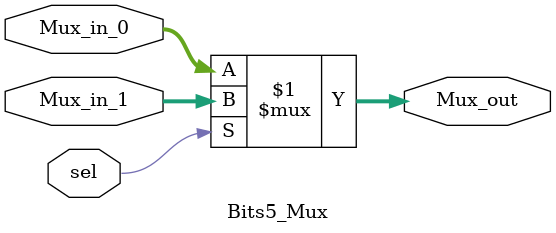
<source format=v>
module Bits5_Mux(
    //output
    output [4:0]Mux_out,
    //input
    input [4:0]Mux_in_0,
    input [4:0]Mux_in_1,
    input sel
);

assign Mux_out = (sel)? Mux_in_1: Mux_in_0;
endmodule
</source>
